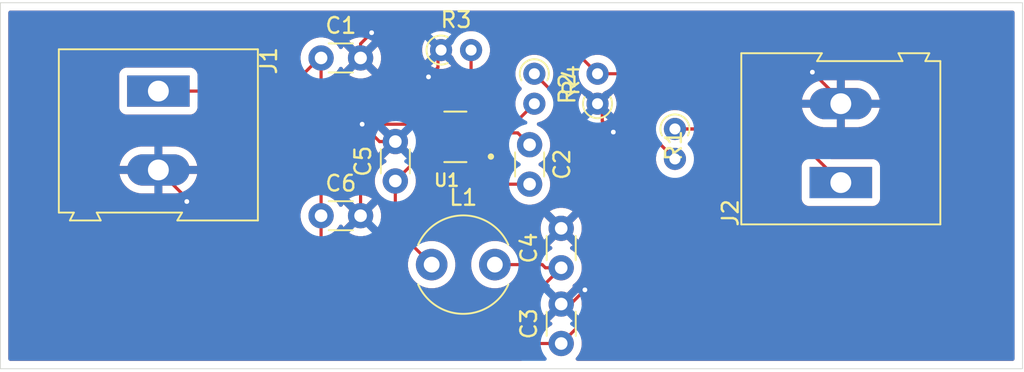
<source format=kicad_pcb>
(kicad_pcb (version 20241229) (generator "pcbnew") (generator_version "9.0")
  (layers (0 "F.Cu" signal) (2 "B.Cu" signal) (13 "F.Paste" user) (15 "B.Paste" user) (5 "F.SilkS" user "F.Silkscreen") (7 "B.SilkS" user "B.Silkscreen") (1 "F.Mask" user) (3 "B.Mask" user) (25 "Edge.Cuts" user))
  (net 0 "")
  (net 1 "Net-(C2-Pad2)")
  (net 2 "Net-(U1-BOOT)")
  (net 3 "Net-(J1-Pin_1)")
  (net 4 "Net-(U1-FB)")
  (net 5 "Net-(U1-RT)")
  (net 6 "GND")
  (net 7 "Net-(U1-PG)")
  (net 8 "Net-(J2-Pin_1)")
  (footprint "Resistor_THT:R_Axial_DIN0204_L3.6mm_D1.6mm_P1.90mm_Vertical" (layer "F.Cu") (at 136.795 90.5)
    (property "Reference" "R3" (at 0.95 -1.92 0) (layer "F.SilkS"))
    (property "Value" "100k")
    (fp_arc (start 0.417133 0.82) (mid -0.92 0) (end 0.417133 -0.82) (stroke (width 0.12)) (layer "F.SilkS"))
    (pad "1" thru_hole circle (at 0 0) (size 1.4 1.4) (drill 0.7) (layers "*.Cu" "*.Mask") (net 6 "GND"))
    (pad "2" thru_hole circle (at 1.9 0) (size 1.4 1.4) (drill 0.7) (layers "*.Cu" "*.Mask") (net 5 "Net-(U1-RT)"))
  )
  (footprint "LMR51450SDRRR:CONV_LMR51450SDRRR" (layer "F.Cu") (at 137.7 96 180)
    (property "Reference" "U1" (at 0.55 -2.75 0) (layer "F.SilkS") (effects (font (size 0.787402 0.787402))))
    (property "Value" "LMR51450SDRRR")
    (fp_line (start -0.7 1.6) (end 0.7 1.6) (stroke (width 0.127)) (layer "F.SilkS"))
    (fp_line (start -0.7 -1.6) (end 0.7 -1.6) (stroke (width 0.127)) (layer "F.SilkS"))
    (fp_circle (center -2.25 -1.25) (end -2.15 -1.25) (stroke (width 0.2)) (fill no) (layer "F.SilkS"))
    (pad "1" smd roundrect (at -1.39 -1.25 180) (size 0.62 0.25) (layers "F.Cu" "F.Paste") (roundrect_rratio 0.2) (net 1 "Net-(C2-Pad2)"))
    (pad "2" smd roundrect (at -1.39 -0.75 180) (size 0.62 0.25) (layers "F.Cu" "F.Paste") (roundrect_rratio 0.2) (net 1 "Net-(C2-Pad2)"))
    (pad "3" smd roundrect (at -1.39 -0.25 180) (size 0.62 0.25) (layers "F.Cu" "F.Paste") (roundrect_rratio 0.2) (net 1 "Net-(C2-Pad2)"))
    (pad "4" smd roundrect (at -1.39 0.25 180) (size 0.62 0.25) (layers "F.Cu" "F.Paste") (roundrect_rratio 0.2) (net 2 "Net-(U1-BOOT)"))
    (pad "5" smd roundrect (at -1.39 0.75 180) (size 0.62 0.25) (layers "F.Cu" "F.Paste") (roundrect_rratio 0.2) (net 7 "Net-(U1-PG)"))
    (pad "6" smd roundrect (at -1.39 1.25 180) (size 0.62 0.25) (layers "F.Cu" "F.Paste") (roundrect_rratio 0.2) (net 5 "Net-(U1-RT)"))
    (pad "7" smd roundrect (at 1.39 1.25 180) (size 0.62 0.25) (layers "F.Cu" "F.Paste") (roundrect_rratio 0.2) (net 4 "Net-(U1-FB)"))
    (pad "8" smd roundrect (at 1.39 0.75 180) (size 0.62 0.25) (layers "F.Cu" "F.Paste") (roundrect_rratio 0.2) (net 6 "GND"))
    (pad "9" smd roundrect (at 1.39 0.25 180) (size 0.62 0.25) (layers "F.Cu" "F.Paste") (roundrect_rratio 0.2) (net 3 "Net-(J1-Pin_1)"))
    (pad "10" smd roundrect (at 1.39 -0.25 180) (size 0.62 0.25) (layers "F.Cu" "F.Paste") (roundrect_rratio 0.2) (net 3 "Net-(J1-Pin_1)"))
    (pad "11" smd roundrect (at 1.39 -0.75 180) (size 0.62 0.25) (layers "F.Cu" "F.Paste") (roundrect_rratio 0.2) (net 3 "Net-(J1-Pin_1)"))
    (pad "12" smd roundrect (at 1.39 -1.25 180) (size 0.62 0.25) (layers "F.Cu" "F.Paste") (roundrect_rratio 0.2) (net 3 "Net-(J1-Pin_1)"))
    (pad "13" smd custom (at 0 0 180) (size 0.5 0.5) (layers "F.Cu") (net 6 "GND") (options (clearance outline) (anchor rect)) (primitives (gr_poly (pts (xy -0.65 -1.2) (xy -0.65 1.2) (xy -0.65 1.203) (xy -0.65 1.205) (xy -0.649 1.208) (xy -0.649 1.21) (xy -0.648 1.213) (xy -0.648 1.215) (xy -0.647 1.218) (xy -0.646 1.22) (xy -0.645 1.223) (xy -0.643 1.225) (xy -0.642 1.227) (xy -0.64 1.229) (xy -0.639 1.231) (xy -0.637 1.233) (xy -0.635 1.235) (xy -0.633 1.237) (xy -0.631 1.239) (xy -0.629 1.24) (xy -0.627 1.242) (xy -0.625 1.243) (xy -0.623 1.245) (xy -0.62 1.246) (xy -0.618 1.247) (xy -0.615 1.248) (xy -0.613 1.248) (xy -0.61 1.249) (xy -0.608 1.249) (xy -0.605 1.25) (xy -0.603 1.25) (xy -0.6 1.25) (xy 0.6 1.25) (xy 0.603 1.25) (xy 0.605 1.25) (xy 0.608 1.249) (xy 0.61 1.249) (xy 0.613 1.248) (xy 0.615 1.248) (xy 0.618 1.247) (xy 0.62 1.246) (xy 0.623 1.245) (xy 0.625 1.243) (xy 0.627 1.242) (xy 0.629 1.24) (xy 0.631 1.239) (xy 0.633 1.237) (xy 0.635 1.235) (xy 0.637 1.233) (xy 0.639 1.231) (xy 0.64 1.229) (xy 0.642 1.227) (xy 0.643 1.225) (xy 0.645 1.223) (xy 0.646 1.22) (xy 0.647 1.218) (xy 0.648 1.215) (xy 0.648 1.213) (xy 0.649 1.21) (xy 0.649 1.208) (xy 0.65 1.205) (xy 0.65 1.203) (xy 0.65 1.2) (xy 0.65 -1.2) (xy 0.65 -1.203) (xy 0.65 -1.205) (xy 0.649 -1.208) (xy 0.649 -1.21) (xy 0.648 -1.213) (xy 0.648 -1.215) (xy 0.647 -1.218) (xy 0.646 -1.22) (xy 0.645 -1.223) (xy 0.643 -1.225) (xy 0.642 -1.227) (xy 0.64 -1.229) (xy 0.639 -1.231) (xy 0.637 -1.233) (xy 0.635 -1.235) (xy 0.633 -1.237) (xy 0.631 -1.239) (xy 0.629 -1.24) (xy 0.627 -1.242) (xy 0.625 -1.243) (xy 0.623 -1.245) (xy 0.62 -1.246) (xy 0.618 -1.247) (xy 0.615 -1.248) (xy 0.613 -1.248) (xy 0.61 -1.249) (xy 0.608 -1.249) (xy 0.605 -1.25) (xy 0.603 -1.25) (xy 0.6 -1.25) (xy -0.6 -1.25) (xy -0.603 -1.25) (xy -0.605 -1.25) (xy -0.608 -1.249) (xy -0.61 -1.249) (xy -0.613 -1.248) (xy -0.615 -1.248) (xy -0.618 -1.247) (xy -0.62 -1.246) (xy -0.623 -1.245) (xy -0.625 -1.243) (xy -0.627 -1.242) (xy -0.629 -1.24) (xy -0.631 -1.239) (xy -0.633 -1.237) (xy -0.635 -1.235) (xy -0.637 -1.233) (xy -0.639 -1.231) (xy -0.64 -1.229) (xy -0.642 -1.227) (xy -0.643 -1.225) (xy -0.645 -1.223) (xy -0.646 -1.22) (xy -0.647 -1.218) (xy -0.648 -1.215) (xy -0.648 -1.213) (xy -0.649 -1.21) (xy -0.649 -1.208) (xy -0.65 -1.205) (xy -0.65 -1.203) (xy -0.65 -1.2)) (width 0.01) (fill yes))))
  )
  (footprint "TerminalBlock:TerminalBlock_Altech_AK300-2_P5.00mm" (layer "F.Cu") (at 162.1 98.9 90)
    (property "Reference" "J2" (at -1.92 -6.99 90) (layer "F.SilkS"))
    (property "Value" "Screw_Terminal_01x02")
    (fp_line (start 8.2 -6.3) (end -2.65 -6.3) (stroke (width 0.12)) (layer "F.SilkS"))
    (fp_line (start -2.65 -6.3) (end -2.65 6.3) (stroke (width 0.12)) (layer "F.SilkS"))
    (fp_line (start 7.7 -1.5) (end 8.2 -1.2) (stroke (width 0.12)) (layer "F.SilkS"))
    (fp_line (start 8.2 -1.2) (end 8.2 -6.3) (stroke (width 0.12)) (layer "F.SilkS"))
    (fp_line (start 8.2 3.65) (end 7.7 3.9) (stroke (width 0.12)) (layer "F.SilkS"))
    (fp_line (start 8.2 3.7) (end 8.2 3.65) (stroke (width 0.12)) (layer "F.SilkS"))
    (fp_line (start 7.7 3.9) (end 7.7 -1.5) (stroke (width 0.12)) (layer "F.SilkS"))
    (fp_line (start 7.7 5.35) (end 8.2 5.6) (stroke (width 0.12)) (layer "F.SilkS"))
    (fp_line (start 8.2 5.6) (end 8.2 3.7) (stroke (width 0.12)) (layer "F.SilkS"))
    (fp_line (start 7.7 6.3) (end 7.7 5.35) (stroke (width 0.12)) (layer "F.SilkS"))
    (fp_line (start -2.65 6.3) (end 7.7 6.3) (stroke (width 0.12)) (layer "F.SilkS"))
    (pad "1" thru_hole rect (at 0 0 90) (size 1.98 3.96) (drill 1.32) (layers "*.Cu" "*.Mask") (net 8 "Net-(J2-Pin_1)"))
    (pad "2" thru_hole oval (at 5 0 90) (size 1.98 3.96) (drill 1.32) (layers "*.Cu" "*.Mask") (net 6 "GND"))
  )
  (footprint "Capacitor_THT:C_Disc_D3.0mm_W1.6mm_P2.50mm" (layer "F.Cu") (at 144.4 109.1 90)
    (property "Reference" "C3" (at 1.25 -2.05 90) (layer "F.SilkS"))
    (property "Value" "47µF")
    (fp_line (start 0.485 -0.92) (end 2.015 -0.92) (stroke (width 0.12)) (layer "F.SilkS"))
    (fp_line (start 2.015 0.92) (end 0.485 0.92) (stroke (width 0.12)) (layer "F.SilkS"))
    (pad "1" thru_hole circle (at 0 0 90) (size 1.6 1.6) (drill 0.8) (layers "*.Cu" "*.Mask") (net 8 "Net-(J2-Pin_1)"))
    (pad "2" thru_hole circle (at 2.5 0 90) (size 1.6 1.6) (drill 0.8) (layers "*.Cu" "*.Mask") (net 6 "GND"))
  )
  (footprint "Capacitor_THT:C_Disc_D3.0mm_W1.6mm_P2.50mm" (layer "F.Cu") (at 144.4 104.3 90)
    (property "Reference" "C4" (at 1.25 -2.05 90) (layer "F.SilkS"))
    (property "Value" "47µF")
    (fp_line (start 0.485 -0.92) (end 2.015 -0.92) (stroke (width 0.12)) (layer "F.SilkS"))
    (fp_line (start 2.015 0.92) (end 0.485 0.92) (stroke (width 0.12)) (layer "F.SilkS"))
    (pad "1" thru_hole circle (at 0 0 90) (size 1.6 1.6) (drill 0.8) (layers "*.Cu" "*.Mask") (net 8 "Net-(J2-Pin_1)"))
    (pad "2" thru_hole circle (at 2.5 0 90) (size 1.6 1.6) (drill 0.8) (layers "*.Cu" "*.Mask") (net 6 "GND"))
  )
  (footprint "TerminalBlock:TerminalBlock_Altech_AK300-2_P5.00mm" (layer "F.Cu") (at 118.9 93.1 -90)
    (property "Reference" "J1" (at -1.92 -6.99 90) (layer "F.SilkS"))
    (property "Value" "Screw_Terminal_01x02")
    (fp_line (start -2.65 6.3) (end 7.7 6.3) (stroke (width 0.12)) (layer "F.SilkS"))
    (fp_line (start 7.7 6.3) (end 7.7 5.35) (stroke (width 0.12)) (layer "F.SilkS"))
    (fp_line (start 8.2 5.6) (end 8.2 3.7) (stroke (width 0.12)) (layer "F.SilkS"))
    (fp_line (start 7.7 5.35) (end 8.2 5.6) (stroke (width 0.12)) (layer "F.SilkS"))
    (fp_line (start 7.7 3.9) (end 7.7 -1.5) (stroke (width 0.12)) (layer "F.SilkS"))
    (fp_line (start 8.2 3.7) (end 8.2 3.65) (stroke (width 0.12)) (layer "F.SilkS"))
    (fp_line (start 8.2 3.65) (end 7.7 3.9) (stroke (width 0.12)) (layer "F.SilkS"))
    (fp_line (start 8.2 -1.2) (end 8.2 -6.3) (stroke (width 0.12)) (layer "F.SilkS"))
    (fp_line (start 7.7 -1.5) (end 8.2 -1.2) (stroke (width 0.12)) (layer "F.SilkS"))
    (fp_line (start -2.65 -6.3) (end -2.65 6.3) (stroke (width 0.12)) (layer "F.SilkS"))
    (fp_line (start 8.2 -6.3) (end -2.65 -6.3) (stroke (width 0.12)) (layer "F.SilkS"))
    (pad "1" thru_hole rect (at 0 0 270) (size 1.98 3.96) (drill 1.32) (layers "*.Cu" "*.Mask") (net 3 "Net-(J1-Pin_1)"))
    (pad "2" thru_hole oval (at 5 0 270) (size 1.98 3.96) (drill 1.32) (layers "*.Cu" "*.Mask") (net 6 "GND"))
  )
  (footprint "Resistor_THT:R_Axial_DIN0204_L3.6mm_D1.6mm_P1.90mm_Vertical" (layer "F.Cu") (at 142.7 92 -90)
    (property "Reference" "R4" (at 0.417133 -2.33 90) (layer "F.SilkS"))
    (property "Value" "10k")
    (fp_arc (start 0.417133 0.82) (mid -0.92 0) (end 0.417133 -0.82) (stroke (width 0.12)) (layer "F.SilkS"))
    (pad "1" thru_hole circle (at 0 0 270) (size 1.4 1.4) (drill 0.7) (layers "*.Cu" "*.Mask") (net 8 "Net-(J2-Pin_1)"))
    (pad "2" thru_hole circle (at 1.9 0 270) (size 1.4 1.4) (drill 0.7) (layers "*.Cu" "*.Mask") (net 7 "Net-(U1-PG)"))
  )
  (footprint "Inductor_THT:L_Radial_D6.0mm_P4.00mm" (layer "F.Cu") (at 136.2 104.1)
    (property "Reference" "L1" (at 2 -4.25 0) (layer "F.SilkS"))
    (property "Value" "11uH")
    (fp_arc (start -0.85426 -1.26) (mid 2 -3.12) (end 4.85426 -1.26) (stroke (width 0.12)) (layer "F.SilkS"))
    (fp_arc (start 4.85426 1.26) (mid 2 3.12) (end -0.85426 1.26) (stroke (width 0.12)) (layer "F.SilkS"))
    (pad "1" thru_hole circle (at 0 0) (size 2 2) (drill 1) (layers "*.Cu" "*.Mask") (net 1 "Net-(C2-Pad2)"))
    (pad "2" thru_hole circle (at 4 0) (size 2 2) (drill 1) (layers "*.Cu" "*.Mask") (net 8 "Net-(J2-Pin_1)"))
  )
  (footprint "Resistor_THT:R_Axial_DIN0204_L3.6mm_D1.6mm_P1.90mm_Vertical" (layer "F.Cu") (at 151.6 95.5 -90)
    (property "Reference" "R1" (at 1.05 0.08 90) (layer "F.SilkS"))
    (property "Value" "85k")
    (fp_arc (start 0.417133 0.82) (mid -0.92 0) (end 0.417133 -0.82) (stroke (width 0.12)) (layer "F.SilkS"))
    (pad "1" thru_hole circle (at 0 0 270) (size 1.4 1.4) (drill 0.7) (layers "*.Cu" "*.Mask") (net 8 "Net-(J2-Pin_1)"))
    (pad "2" thru_hole circle (at 1.9 0 270) (size 1.4 1.4) (drill 0.7) (layers "*.Cu" "*.Mask") (net 4 "Net-(U1-FB)"))
  )
  (footprint "Capacitor_THT:C_Disc_D3.0mm_W1.6mm_P2.50mm" (layer "F.Cu") (at 142.4 96.5 -90)
    (property "Reference" "C2" (at 1.25 -2.05 90) (layer "F.SilkS"))
    (property "Value" "100nF")
    (fp_line (start 2.015 0.92) (end 0.485 0.92) (stroke (width 0.12)) (layer "F.SilkS"))
    (fp_line (start 0.485 -0.92) (end 2.015 -0.92) (stroke (width 0.12)) (layer "F.SilkS"))
    (pad "1" thru_hole circle (at 0 0 270) (size 1.6 1.6) (drill 0.8) (layers "*.Cu" "*.Mask") (net 2 "Net-(U1-BOOT)"))
    (pad "2" thru_hole circle (at 2.5 0 270) (size 1.6 1.6) (drill 0.8) (layers "*.Cu" "*.Mask") (net 1 "Net-(C2-Pad2)"))
  )
  (footprint "Capacitor_THT:C_Disc_D3.0mm_W1.6mm_P2.50mm" (layer "F.Cu") (at 129.2 101)
    (property "Reference" "C6" (at 1.25 -2.05 0) (layer "F.SilkS"))
    (property "Value" "10µF")
    (fp_line (start 0.485 -0.92) (end 2.015 -0.92) (stroke (width 0.12)) (layer "F.SilkS"))
    (fp_line (start 2.015 0.92) (end 0.485 0.92) (stroke (width 0.12)) (layer "F.SilkS"))
    (pad "1" thru_hole circle (at 0 0) (size 1.6 1.6) (drill 0.8) (layers "*.Cu" "*.Mask") (net 3 "Net-(J1-Pin_1)"))
    (pad "2" thru_hole circle (at 2.5 0) (size 1.6 1.6) (drill 0.8) (layers "*.Cu" "*.Mask") (net 6 "GND"))
  )
  (footprint "Capacitor_THT:C_Disc_D3.0mm_W1.6mm_P2.50mm" (layer "F.Cu") (at 129.2 91)
    (property "Reference" "C1" (at 1.25 -2.05 0) (layer "F.SilkS"))
    (property "Value" "220uF")
    (fp_line (start 0.485 -0.92) (end 2.015 -0.92) (stroke (width 0.12)) (layer "F.SilkS"))
    (fp_line (start 2.015 0.92) (end 0.485 0.92) (stroke (width 0.12)) (layer "F.SilkS"))
    (pad "1" thru_hole circle (at 0 0) (size 1.6 1.6) (drill 0.8) (layers "*.Cu" "*.Mask") (net 3 "Net-(J1-Pin_1)"))
    (pad "2" thru_hole circle (at 2.5 0) (size 1.6 1.6) (drill 0.8) (layers "*.Cu" "*.Mask") (net 6 "GND"))
  )
  (footprint "Capacitor_THT:C_Disc_D3.0mm_W1.6mm_P2.50mm" (layer "F.Cu") (at 133.9 98.8 90)
    (property "Reference" "C5" (at 1.25 -2.05 90) (layer "F.SilkS"))
    (property "Value" "10µF")
    (fp_line (start 0.485 -0.92) (end 2.015 -0.92) (stroke (width 0.12)) (layer "F.SilkS"))
    (fp_line (start 2.015 0.92) (end 0.485 0.92) (stroke (width 0.12)) (layer "F.SilkS"))
    (pad "1" thru_hole circle (at 0 0 90) (size 1.6 1.6) (drill 0.8) (layers "*.Cu" "*.Mask") (net 3 "Net-(J1-Pin_1)"))
    (pad "2" thru_hole circle (at 2.5 0 90) (size 1.6 1.6) (drill 0.8) (layers "*.Cu" "*.Mask") (net 6 "GND"))
  )
  (footprint "Resistor_THT:R_Axial_DIN0204_L3.6mm_D1.6mm_P1.90mm_Vertical" (layer "F.Cu") (at 146.7 93.9 90)
    (property "Reference" "R2" (at 0.95 -1.92 90) (layer "F.SilkS"))
    (property "Value" "10k")
    (fp_arc (start 0.417133 0.82) (mid -0.92 0) (end 0.417133 -0.82) (stroke (width 0.12)) (layer "F.SilkS"))
    (pad "1" thru_hole circle (at 0 0 90) (size 1.4 1.4) (drill 0.7) (layers "*.Cu" "*.Mask") (net 6 "GND"))
    (pad "2" thru_hole circle (at 1.9 0 90) (size 1.4 1.4) (drill 0.7) (layers "*.Cu" "*.Mask") (net 4 "Net-(U1-FB)"))
  )
  (gr_rect (start 108.9 87.5) (end 173.6 110.7) (stroke (width 0.05)) (fill no) (layer "Edge.Cuts"))
  (segment (start 134.8 102.7) (end 136.2 104.1) (width 0.2) (layer "F.Cu") (net 1))
  (segment (start 139.4 99) (end 137.3 99) (width 0.2) (layer "F.Cu") (net 1))
  (segment (start 139.09 97.25) (end 139.09 96.75) (width 0.2) (layer "F.Cu") (net 1))
  (segment (start 139.27 96.43) (end 139.27 97.07) (width 0.2) (layer "F.Cu") (net 1))
  (segment (start 137.3 99) (end 134.8 101.5) (width 0.2) (layer "F.Cu") (net 1))
  (segment (start 139.4 96.56) (end 139.22 96.38) (width 0.2) (layer "F.Cu") (net 1))
  (segment (start 142.4 99) (end 139.4 99) (width 0.2) (layer "F.Cu") (net 1))
  (segment (start 139.27 97.07) (end 139.09 97.25) (width 0.2) (layer "F.Cu") (net 1))
  (segment (start 139.22 96.38) (end 139.27 96.43) (width 0.2) (layer "F.Cu") (net 1))
  (segment (start 139.22 96.38) (end 139.09 96.25) (width 0.2) (layer "F.Cu") (net 1))
  (segment (start 139.4 99) (end 139.4 96.56) (width 0.2) (layer "F.Cu") (net 1))
  (segment (start 134.8 101.5) (end 134.8 102.7) (width 0.2) (layer "F.Cu") (net 1))
  (segment (start 141.65 95.75) (end 139.09 95.75) (width 0.2) (layer "F.Cu") (net 2))
  (segment (start 142.4 96.5) (end 141.65 95.75) (width 0.2) (layer "F.Cu") (net 2))
  (segment (start 133.9 101.5) (end 132.2 103.2) (width 0.2) (layer "F.Cu") (net 3))
  (segment (start 136.31 97.25) (end 136.31 95.75) (width 0.2) (layer "F.Cu") (net 3))
  (segment (start 127 93.1) (end 118.9 93.1) (width 0.2) (layer "F.Cu") (net 3))
  (segment (start 129 103.1) (end 129.2 102.9) (width 0.2) (layer "F.Cu") (net 3))
  (segment (start 129 103.2) (end 129 103.1) (width 0.2) (layer "F.Cu") (net 3))
  (segment (start 133.9 98.8) (end 133.9 101.5) (width 0.2) (layer "F.Cu") (net 3))
  (segment (start 129.2 101) (end 129.2 91) (width 0.2) (layer "F.Cu") (net 3))
  (segment (start 129.2 91) (end 129.2 90.9) (width 0.2) (layer "F.Cu") (net 3))
  (segment (start 133.9 98.8) (end 135.45 97.25) (width 0.2) (layer "F.Cu") (net 3))
  (segment (start 129.2 102.9) (end 129.2 101) (width 0.2) (layer "F.Cu") (net 3))
  (segment (start 135.45 97.25) (end 136.31 97.25) (width 0.2) (layer "F.Cu") (net 3))
  (segment (start 129.2 90.9) (end 127 93.1) (width 0.2) (layer "F.Cu") (net 3))
  (segment (start 132.2 103.2) (end 129 103.2) (width 0.2) (layer "F.Cu") (net 3))
  (segment (start 134.7 94.8) (end 134.75 94.75) (width 0.2) (layer "F.Cu") (net 4))
  (segment (start 149.3 92.2) (end 149.1 92) (width 0.2) (layer "F.Cu") (net 4))
  (segment (start 149.1 92) (end 146.7 92) (width 0.2) (layer "F.Cu") (net 4))
  (segment (start 134.5 89.2) (end 134.5 94.6) (width 0.2) (layer "F.Cu") (net 4))
  (segment (start 151.6 97.4) (end 149.3 95.1) (width 0.2) (layer "F.Cu") (net 4))
  (segment (start 146.7 92) (end 143.9 89.2) (width 0.2) (layer "F.Cu") (net 4))
  (segment (start 143.9 89.2) (end 134.5 89.2) (width 0.2) (layer "F.Cu") (net 4))
  (segment (start 149.3 95.1) (end 149.3 92.2) (width 0.2) (layer "F.Cu") (net 4))
  (segment (start 134.75 94.75) (end 136.31 94.75) (width 0.2) (layer "F.Cu") (net 4))
  (segment (start 134.5 94.6) (end 134.7 94.8) (width 0.2) (layer "F.Cu") (net 4))
  (segment (start 138.695 94.355) (end 139.09 94.75) (width 0.2) (layer "F.Cu") (net 5))
  (segment (start 138.695 90.5) (end 138.695 94.355) (width 0.2) (layer "F.Cu") (net 5))
  (segment (start 131.7 91) (end 131.7 90.1) (width 0.2) (layer "F.Cu") (net 6))
  (segment (start 162.1 93.7) (end 160.3 91.9) (width 0.2) (layer "F.Cu") (net 6))
  (segment (start 145.75 105.7) (end 145.9 105.7) (width 0.2) (layer "F.Cu") (net 6))
  (segment (start 131.7 90.1) (end 132.4 89.4) (width 0.2) (layer "F.Cu") (net 6))
  (segment (start 131.8 95.2) (end 134.9 95.2) (width 0.2) (layer "F.Cu") (net 6))
  (segment (start 134.95 95.25) (end 136.31 95.25) (width 0.2) (layer "F.Cu") (net 6))
  (segment (start 136.6 91.6) (end 136.6 90.5) (width 0.2) (layer "F.Cu") (net 6))
  (segment (start 144.4 106.6) (end 145 106.6) (width 0.2) (layer "F.Cu") (net 6))
  (segment (start 131.7 95.3) (end 131.8 95.2) (width 0.2) (layer "F.Cu") (net 6))
  (segment (start 147 95) (end 147 94) (width 0.2) (layer "F.Cu") (net 6))
  (segment (start 136 92.2) (end 136.6 91.6) (width 0.2) (layer "F.Cu") (net 6))
  (segment (start 144.4 101.8) (end 145.9 103.3) (width 0.2) (layer "F.Cu") (net 6))
  (segment (start 145.9 103.3) (end 145.9 105.7) (width 0.2) (layer "F.Cu") (net 6))
  (segment (start 134.9 95.2) (end 134.95 95.25) (width 0.2) (layer "F.Cu") (net 6))
  (segment (start 162.1 93.9) (end 162.1 93.7) (width 0.2) (layer "F.Cu") (net 6))
  (segment (start 147.7 95.7) (end 147 95) (width 0.2) (layer "F.Cu") (net 6))
  (segment (start 120.7 99.9) (end 120.7 100.1) (width 0.2) (layer "F.Cu") (net 6))
  (segment (start 118.9 98.1) (end 120.7 99.9) (width 0.2) (layer "F.Cu") (net 6))
  (segment (start 133.9 96.3) (end 132.9 96.3) (width 0.2) (layer "F.Cu") (net 6))
  (segment (start 145 106.6) (end 145.9 105.7) (width 0.2) (layer "F.Cu") (net 6))
  (segment (start 131.7 101) (end 131.7 95.3) (width 0.2) (layer "F.Cu") (net 6))
  (segment (start 132.9 96.3) (end 131.8 95.2) (width 0.2) (layer "F.Cu") (net 6))
  (via (at 120.7 100.1) (size 0.6) (drill 0.3) (layers "F.Cu" "B.Cu") (net 6))
  (via (at 147.7 95.7) (size 0.6) (drill 0.3) (layers "F.Cu" "B.Cu") (net 6))
  (via (at 160.3 91.9) (size 0.6) (drill 0.3) (layers "F.Cu" "B.Cu") (net 6))
  (via (at 136 92.2) (size 0.6) (drill 0.3) (layers "F.Cu" "B.Cu") (net 6))
  (via (at 145.9 105.7) (size 0.6) (drill 0.3) (layers "F.Cu" "B.Cu") (net 6))
  (via (at 131.8 95.2) (size 0.6) (drill 0.3) (layers "F.Cu" "B.Cu") (net 6))
  (via (at 132.4 89.4) (size 0.6) (drill 0.3) (layers "F.Cu" "B.Cu") (net 6))
  (segment (start 139.09 95.25) (end 141.35 95.25) (width 0.2) (layer "F.Cu") (net 7))
  (segment (start 141.35 95.25) (end 142.7 93.9) (width 0.2) (layer "F.Cu") (net 7))
  (segment (start 144.4 109.1) (end 152.3 101.2) (width 0.2) (layer "F.Cu") (net 8))
  (segment (start 142.4 106.3) (end 142.4 109.6) (width 0.2) (layer "F.Cu") (net 8))
  (segment (start 152.3 101.2) (end 153 101.2) (width 0.2) (layer "F.Cu") (net 8))
  (segment (start 149.5 98.8) (end 153 98.8) (width 0.2) (layer "F.Cu") (net 8))
  (segment (start 143.4 104.3) (end 143.2 104.1) (width 0.2) (layer "F.Cu") (net 8))
  (segment (start 144.4 109.55) (end 144.65 109.55) (width 0.2) (layer "F.Cu") (net 8))
  (segment (start 143.2 104.1) (end 140.2 104.1) (width 0.2) (layer "F.Cu") (net 8))
  (segment (start 151.6 95.5) (end 158.7 95.5) (width 0.2) (layer "F.Cu") (net 8))
  (segment (start 153 98.8) (end 153 95.5) (width 0.2) (layer "F.Cu") (net 8))
  (segment (start 153 95.5) (end 151.6 95.5) (width 0.2) (layer "F.Cu") (net 8))
  (segment (start 142.4 109.6) (end 142.9 109.1) (width 0.2) (layer "F.Cu") (net 8))
  (segment (start 158.7 95.5) (end 162.1 98.9) (width 0.2) (layer "F.Cu") (net 8))
  (segment (start 144.4 104.3) (end 142.4 106.3) (width 0.2) (layer "F.Cu") (net 8))
  (segment (start 144.4 104.3) (end 143.4 104.3) (width 0.2) (layer "F.Cu") (net 8))
  (segment (start 153 101.2) (end 153 98.8) (width 0.2) (layer "F.Cu") (net 8))
  (segment (start 142.7 92) (end 149.5 98.8) (width 0.2) (layer "F.Cu") (net 8))
  (segment (start 142.9 109.1) (end 144.4 109.1) (width 0.2) (layer "F.Cu") (net 8))
  (zone (net 6) (net_name "GND") (layers "F.Cu" "B.Cu") (connect_pads (clearance 0.5)) (min_thickness 0.25) (fill yes (thermal_gap 0.5) (thermal_bridge_width 0.5))
    (polygon (pts (xy 108.9 87.6) (xy 173.7 87.5) (xy 173.5 110.8) (xy 109.1 110.9) (xy 109.1 87.5)))
  )
)
</source>
